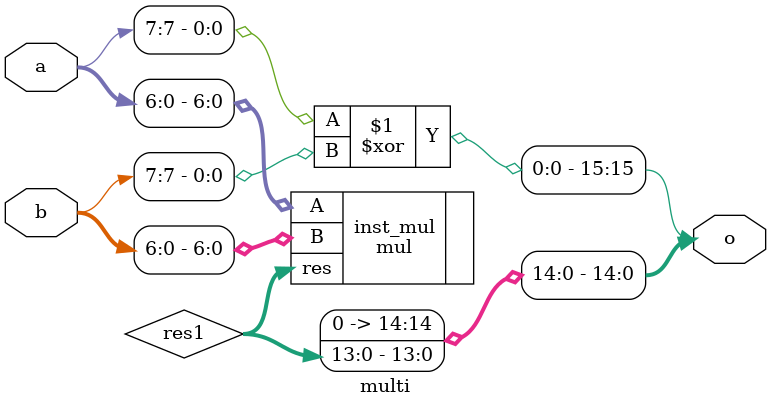
<source format=v>
 `timescale 1ns/1ps
 module multi(
 input [7:0] a,
 input [7:0] b,

 output [15:0] o
 );
 
 wire [13:0] res1;

mul inst_mul(.A(a[6:0]), .B(b[6:0]), .res(res1));

 assign o = {a[7]^b[7],1'b0,res1[13:0]};
 endmodule



</source>
